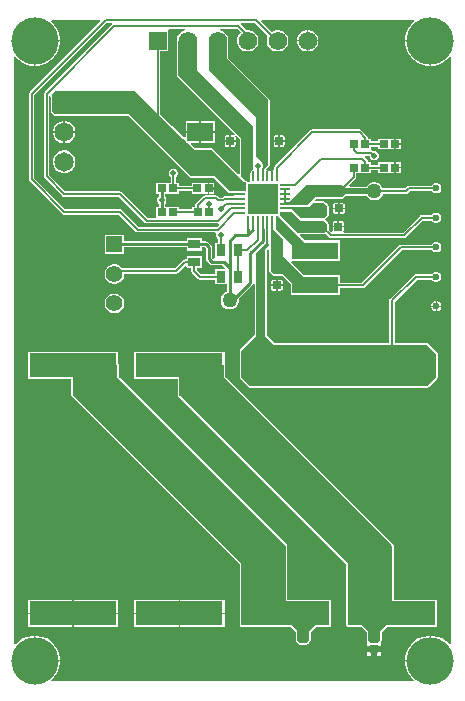
<source format=gtl>
G04*
G04 #@! TF.GenerationSoftware,Altium Limited,Altium Designer,25.6.2 (33)*
G04*
G04 Layer_Physical_Order=1*
G04 Layer_Color=255*
%FSLAX44Y44*%
%MOMM*%
G71*
G04*
G04 #@! TF.SameCoordinates,95800A15-F6E0-4F83-BAC9-5642273E7207*
G04*
G04*
G04 #@! TF.FilePolarity,Positive*
G04*
G01*
G75*
%ADD10C,0.2500*%
%ADD11C,0.2000*%
%ADD15R,0.6500X0.7000*%
%ADD16R,2.2000X1.5500*%
%ADD17O,0.8500X0.2000*%
%ADD18R,7.4000X2.0000*%
%ADD19R,2.6000X2.6000*%
%ADD20O,0.2000X0.8500*%
%ADD21R,0.7000X0.6500*%
G04:AMPARAMS|DCode=22|XSize=0.76mm|YSize=0.6604mm|CornerRadius=0.0825mm|HoleSize=0mm|Usage=FLASHONLY|Rotation=0.000|XOffset=0mm|YOffset=0mm|HoleType=Round|Shape=RoundedRectangle|*
%AMROUNDEDRECTD22*
21,1,0.7600,0.4953,0,0,0.0*
21,1,0.5949,0.6604,0,0,0.0*
1,1,0.1651,0.2975,-0.2477*
1,1,0.1651,-0.2975,-0.2477*
1,1,0.1651,-0.2975,0.2477*
1,1,0.1651,0.2975,0.2477*
%
%ADD22ROUNDEDRECTD22*%
G04:AMPARAMS|DCode=23|XSize=0.76mm|YSize=0.6604mm|CornerRadius=0.0825mm|HoleSize=0mm|Usage=FLASHONLY|Rotation=90.000|XOffset=0mm|YOffset=0mm|HoleType=Round|Shape=RoundedRectangle|*
%AMROUNDEDRECTD23*
21,1,0.7600,0.4953,0,0,90.0*
21,1,0.5949,0.6604,0,0,90.0*
1,1,0.1651,0.2477,0.2975*
1,1,0.1651,0.2477,-0.2975*
1,1,0.1651,-0.2477,-0.2975*
1,1,0.1651,-0.2477,0.2975*
%
%ADD23ROUNDEDRECTD23*%
%ADD24R,1.0000X0.8000*%
%ADD25R,3.8900X1.4500*%
%ADD26R,0.8000X1.0000*%
%ADD27R,0.7000X0.9500*%
%ADD42R,1.5700X1.5700*%
%ADD45C,1.5700*%
%ADD47R,1.4000X1.4000*%
%ADD48C,1.4000*%
%ADD51C,0.6000*%
%ADD52C,0.3000*%
%ADD53C,0.5000*%
%ADD54R,1.6500X1.6500*%
%ADD55C,4.0000*%
%ADD56C,1.6500*%
%ADD57C,0.5000*%
%ADD58C,1.2700*%
G36*
X343650Y563730D02*
X340979Y561059D01*
X338651Y557575D01*
X337047Y553704D01*
X336230Y549595D01*
Y548135D01*
X357500D01*
Y547500D01*
X358135D01*
Y526230D01*
X359595D01*
X363704Y527047D01*
X367575Y528651D01*
X371059Y530979D01*
X373730Y533650D01*
X375000Y533237D01*
Y36762D01*
X373730Y36350D01*
X371059Y39021D01*
X367575Y41349D01*
X363704Y42953D01*
X359595Y43770D01*
X358135D01*
Y22500D01*
X357500D01*
Y21865D01*
X336230D01*
Y20405D01*
X337047Y16296D01*
X338651Y12425D01*
X340979Y8941D01*
X343650Y6270D01*
X343237Y5000D01*
X36762D01*
X36350Y6270D01*
X39021Y8941D01*
X41349Y12425D01*
X42953Y16296D01*
X43770Y20405D01*
Y21865D01*
X22500D01*
Y22500D01*
X21865D01*
Y43770D01*
X20405D01*
X16296Y42953D01*
X12425Y41349D01*
X8941Y39021D01*
X6270Y36350D01*
X5000Y36762D01*
Y533237D01*
X6270Y533650D01*
X8941Y530979D01*
X12425Y528651D01*
X16296Y527047D01*
X20405Y526230D01*
X21865D01*
Y547500D01*
X22500D01*
Y548135D01*
X43770D01*
Y549595D01*
X42953Y553704D01*
X41349Y557575D01*
X39021Y561059D01*
X36350Y563730D01*
X36763Y565000D01*
X77568D01*
X78053Y563827D01*
X18363Y504137D01*
X17862Y503386D01*
X17686Y502500D01*
Y430000D01*
X17862Y429114D01*
X18363Y428363D01*
X45863Y400863D01*
X46614Y400362D01*
X47500Y400186D01*
X94041D01*
X108363Y385863D01*
X109114Y385362D01*
X110000Y385186D01*
X175408D01*
X176257Y383915D01*
X176000Y383296D01*
Y381704D01*
X176609Y380234D01*
X177686Y379158D01*
Y376270D01*
X174730D01*
Y363730D01*
X174730D01*
X174597Y363143D01*
X173589Y362960D01*
X172569Y363861D01*
Y372500D01*
X172374Y373483D01*
X171817Y374317D01*
X169317Y376817D01*
X168483Y377374D01*
X167500Y377569D01*
X163770D01*
Y380270D01*
X151230D01*
Y377569D01*
X98270D01*
Y383270D01*
X81730D01*
Y366730D01*
X98270D01*
Y372431D01*
X151230D01*
Y369730D01*
X163770D01*
Y372431D01*
X166436D01*
X167431Y371436D01*
Y362500D01*
X167626Y361517D01*
X168183Y360683D01*
X170683Y358183D01*
X171517Y357626D01*
X172500Y357431D01*
X181436D01*
X183826Y355040D01*
X183300Y353770D01*
X174730D01*
Y349814D01*
X163459D01*
X159815Y353459D01*
Y354730D01*
X163770D01*
Y365270D01*
X151230D01*
Y362314D01*
X150000D01*
X149114Y362138D01*
X148363Y361637D01*
X141541Y354814D01*
X96770D01*
X96618Y355078D01*
X95078Y356618D01*
X93192Y357706D01*
X91089Y358270D01*
X88911D01*
X86808Y357706D01*
X84922Y356618D01*
X83382Y355078D01*
X82294Y353192D01*
X81730Y351089D01*
Y348911D01*
X82294Y346808D01*
X83382Y344922D01*
X84922Y343382D01*
X86808Y342294D01*
X88911Y341730D01*
X91089D01*
X93192Y342294D01*
X95078Y343382D01*
X96618Y344922D01*
X97706Y346808D01*
X98270Y348911D01*
Y350186D01*
X142500D01*
X143386Y350362D01*
X144137Y350863D01*
X149960Y356687D01*
X151230Y356161D01*
Y354730D01*
X155185D01*
Y352500D01*
X155362Y351614D01*
X155863Y350863D01*
X160863Y345863D01*
X161614Y345362D01*
X162500Y345186D01*
X174730D01*
Y341230D01*
X184931D01*
Y334700D01*
X184559Y334601D01*
X182821Y333597D01*
X181402Y332179D01*
X180399Y330441D01*
X179880Y328503D01*
Y326497D01*
X180399Y324559D01*
X181402Y322821D01*
X182821Y321403D01*
X184559Y320399D01*
X186497Y319880D01*
X188503D01*
X190441Y320399D01*
X192179Y321403D01*
X193598Y322821D01*
X194601Y324559D01*
X195120Y326497D01*
Y328503D01*
X195018Y328884D01*
X206817Y340683D01*
X207374Y341517D01*
X208625Y341299D01*
Y298069D01*
X196528Y285972D01*
X196125Y285000D01*
X196125Y285000D01*
Y262500D01*
X196125Y262500D01*
X196528Y261528D01*
X196730Y261326D01*
Y261230D01*
X196826D01*
X204028Y254028D01*
X205000Y253625D01*
X205000Y253625D01*
X355000Y253625D01*
X355972Y254028D01*
X355972Y254028D01*
X363174Y261230D01*
X363270D01*
Y261326D01*
X363472Y261528D01*
X363875Y262500D01*
X363875Y262500D01*
Y282500D01*
X363472Y283472D01*
X363472Y283472D01*
X363270Y283674D01*
Y283770D01*
X363174D01*
X355972Y290972D01*
X355000Y291375D01*
X355000Y291375D01*
X327314D01*
Y326541D01*
X345959Y345186D01*
X358837D01*
X358880Y345081D01*
X360081Y343880D01*
X361651Y343230D01*
X363349D01*
X364919Y343880D01*
X366120Y345081D01*
X366770Y346651D01*
Y348349D01*
X366120Y349919D01*
X364919Y351120D01*
X363349Y351770D01*
X361651D01*
X360081Y351120D01*
X358880Y349919D01*
X358837Y349814D01*
X345000D01*
X344114Y349638D01*
X343363Y349137D01*
X323363Y329137D01*
X322862Y328386D01*
X322686Y327500D01*
Y291375D01*
X225569D01*
X218875Y298069D01*
Y369880D01*
X219952Y370958D01*
X221125Y370472D01*
Y352500D01*
X221125Y352500D01*
X221528Y351528D01*
X224028Y349028D01*
X225000Y348625D01*
X225000Y348625D01*
X231931D01*
X239280Y341276D01*
Y331730D01*
X280720D01*
Y337935D01*
X300250D01*
X301136Y338112D01*
X301887Y338613D01*
X333459Y370186D01*
X358837D01*
X358880Y370081D01*
X360081Y368880D01*
X361651Y368230D01*
X363349D01*
X364919Y368880D01*
X366120Y370081D01*
X366770Y371651D01*
Y373349D01*
X366120Y374919D01*
X364919Y376120D01*
X363349Y376770D01*
X361651D01*
X360081Y376120D01*
X358880Y374919D01*
X358837Y374814D01*
X332500D01*
X331614Y374638D01*
X330863Y374137D01*
X299291Y342565D01*
X280720D01*
Y348770D01*
X250674D01*
X239484Y359960D01*
X240010Y361230D01*
X280720D01*
Y378270D01*
X251174D01*
X246992Y382452D01*
X247478Y383625D01*
X267500D01*
X268279Y383948D01*
X271364Y380863D01*
X272114Y380362D01*
X273000Y380186D01*
X335000D01*
X335886Y380362D01*
X336637Y380863D01*
X350959Y395186D01*
X358837D01*
X358880Y395081D01*
X360081Y393880D01*
X361651Y393230D01*
X363349D01*
X364919Y393880D01*
X366120Y395081D01*
X366770Y396651D01*
Y398349D01*
X366120Y399919D01*
X364919Y401120D01*
X363349Y401770D01*
X361651D01*
X360081Y401120D01*
X358880Y399919D01*
X358837Y399814D01*
X350000D01*
X349114Y399638D01*
X348363Y399137D01*
X334041Y384814D01*
X284547D01*
X283868Y386085D01*
X283950Y386208D01*
X284113Y387025D01*
Y389365D01*
X279500D01*
X274887D01*
Y387025D01*
X274924Y386838D01*
X274151Y385619D01*
X273991Y385515D01*
X273343Y385431D01*
X271345Y387428D01*
X271375Y387500D01*
X271375Y387500D01*
Y392500D01*
X271375Y392500D01*
X270972Y393472D01*
X269024Y395420D01*
X268610Y396250D01*
X269024Y397080D01*
X270972Y399028D01*
X271375Y400000D01*
X271375Y400000D01*
Y407500D01*
X271375Y407500D01*
X270972Y408472D01*
X269770Y409674D01*
Y410270D01*
X269174D01*
X268472Y410972D01*
X267500Y411375D01*
X267500Y411375D01*
X260115D01*
X259589Y412645D01*
X260569Y413625D01*
X282500D01*
X282500Y413625D01*
X283472Y414028D01*
X285569Y416125D01*
X303438D01*
X303902Y415321D01*
X305321Y413903D01*
X307059Y412899D01*
X308997Y412380D01*
X311003D01*
X312941Y412899D01*
X314679Y413903D01*
X316098Y415321D01*
X317101Y417059D01*
X317269Y417686D01*
X336930D01*
X337816Y417862D01*
X338567Y418363D01*
X340389Y420186D01*
X358837D01*
X358880Y420081D01*
X360081Y418880D01*
X361651Y418230D01*
X363349D01*
X364919Y418880D01*
X366120Y420081D01*
X366770Y421651D01*
Y423349D01*
X366120Y424919D01*
X364919Y426120D01*
X363349Y426770D01*
X361651D01*
X360081Y426120D01*
X358880Y424919D01*
X358837Y424814D01*
X339430D01*
X338544Y424638D01*
X337794Y424137D01*
X335971Y422314D01*
X317269D01*
X317101Y422941D01*
X316098Y424679D01*
X314679Y426097D01*
X312941Y427101D01*
X311003Y427620D01*
X308997D01*
X307059Y427101D01*
X305321Y426097D01*
X303902Y424679D01*
X303438Y423875D01*
X289307D01*
X288821Y425048D01*
X294137Y430364D01*
X294638Y431114D01*
X294814Y432000D01*
Y435480D01*
X307270D01*
Y437686D01*
X313480D01*
Y435480D01*
X327115D01*
Y440000D01*
Y444520D01*
X313480D01*
Y442314D01*
X307270D01*
Y444520D01*
X304814D01*
Y445139D01*
X304638Y446025D01*
X304137Y446776D01*
X303718Y447056D01*
X301858Y448915D01*
X302069Y449776D01*
X302347Y450186D01*
X306000D01*
Y449204D01*
X306609Y447734D01*
X307734Y446609D01*
X309204Y446000D01*
X310796D01*
X312266Y446609D01*
X313391Y447734D01*
X314000Y449204D01*
Y450796D01*
X313391Y452266D01*
X312266Y453391D01*
X310796Y454000D01*
X309273D01*
X309137Y454137D01*
X308386Y454638D01*
X308206Y454674D01*
X307270Y455480D01*
Y457686D01*
X313480D01*
Y455480D01*
X327115D01*
Y460000D01*
Y464520D01*
X313480D01*
Y462314D01*
X307270D01*
Y464520D01*
X304814D01*
Y465139D01*
X304638Y466025D01*
X304137Y466776D01*
X303718Y467056D01*
X299137Y471637D01*
X298386Y472138D01*
X297500Y472314D01*
X257500D01*
X256614Y472138D01*
X255863Y471637D01*
X225863Y441637D01*
X225362Y440886D01*
X225186Y440000D01*
Y438881D01*
X225000Y438650D01*
X224135Y438117D01*
Y432500D01*
X222865D01*
Y437938D01*
X222614Y437888D01*
X222417Y437756D01*
X221500Y437492D01*
X220583Y437756D01*
X220386Y437888D01*
X219500Y438064D01*
X219256Y438016D01*
X218630Y439186D01*
X220972Y441528D01*
X221375Y442500D01*
X221375Y442500D01*
Y497500D01*
X220972Y498472D01*
X220972Y498472D01*
X186375Y533069D01*
Y546130D01*
X186420Y546299D01*
Y548701D01*
X185798Y551020D01*
X184598Y553100D01*
X182900Y554798D01*
X180820Y555998D01*
X179264Y556415D01*
X179431Y557686D01*
X194041D01*
X197015Y554712D01*
X195402Y553100D01*
X194202Y551020D01*
X193580Y548701D01*
Y546299D01*
X194202Y543980D01*
X195402Y541900D01*
X197100Y540202D01*
X199180Y539002D01*
X201499Y538380D01*
X203901D01*
X206220Y539002D01*
X208300Y540202D01*
X209998Y541900D01*
X211199Y543980D01*
X211820Y546299D01*
Y548701D01*
X211199Y551020D01*
X209998Y553100D01*
X208300Y554798D01*
X206220Y555998D01*
X203901Y556620D01*
X201653D01*
X196858Y561415D01*
X197069Y562276D01*
X197347Y562686D01*
X209041D01*
X220006Y551721D01*
X219601Y551020D01*
X218980Y548701D01*
Y546299D01*
X219601Y543980D01*
X220802Y541900D01*
X222500Y540202D01*
X224580Y539002D01*
X226899Y538380D01*
X229301D01*
X231620Y539002D01*
X233700Y540202D01*
X235398Y541900D01*
X236598Y543980D01*
X237220Y546299D01*
Y548701D01*
X236598Y551020D01*
X235398Y553100D01*
X233700Y554798D01*
X231620Y555998D01*
X229301Y556620D01*
X226899D01*
X224580Y555998D01*
X223118Y555155D01*
X214447Y563827D01*
X214932Y565000D01*
X343237D01*
X343650Y563730D01*
D02*
G37*
G36*
X149936Y556415D02*
X148380Y555998D01*
X146300Y554798D01*
X144602Y553100D01*
X143401Y551020D01*
X142780Y548701D01*
Y547920D01*
X142606Y547500D01*
Y518520D01*
X142606Y518519D01*
X143009Y517547D01*
X143009Y517547D01*
X192156Y468400D01*
X191346Y467413D01*
X191294Y467448D01*
X190476Y467611D01*
X188635D01*
Y463135D01*
X192613D01*
Y465475D01*
X192450Y466292D01*
X192416Y466344D01*
X193402Y467154D01*
X196125Y464431D01*
Y434978D01*
X195301Y434637D01*
X194855Y434589D01*
X191269Y438175D01*
X191269Y438176D01*
X175972Y453472D01*
X175972Y453472D01*
X173665Y455779D01*
X173413Y455883D01*
X173219Y456077D01*
X172753Y456270D01*
X172479D01*
X172227Y456375D01*
X158069D01*
X158069Y456375D01*
X158069Y456375D01*
X154637Y459807D01*
X155123Y460980D01*
X161865D01*
Y469365D01*
X150230D01*
Y465873D01*
X149406Y465532D01*
X148960Y465484D01*
X138936Y475508D01*
X138935Y475508D01*
X128814Y485630D01*
Y538380D01*
X135620D01*
Y556620D01*
X136114Y557686D01*
X149769D01*
X149936Y556415D01*
D02*
G37*
G36*
X185000Y532500D02*
X220000Y497500D01*
Y442500D01*
X216493Y438993D01*
Y432461D01*
X214619D01*
X214540Y432494D01*
X214538Y439064D01*
X214817Y439344D01*
X215426Y440814D01*
Y442406D01*
X214817Y443876D01*
X214535Y444157D01*
X214535Y444381D01*
X210000Y448916D01*
Y482500D01*
X170000Y522500D01*
Y547500D01*
X185000D01*
Y532500D01*
D02*
G37*
G36*
X160000Y522500D02*
X207500Y475000D01*
Y442584D01*
X207426Y442406D01*
Y440814D01*
X207500Y440636D01*
Y438064D01*
X206614Y437888D01*
X205863Y437387D01*
X205362Y436636D01*
X205186Y435750D01*
Y429250D01*
X205227Y429040D01*
X204348Y427770D01*
X202493D01*
X202202Y428472D01*
X201230Y428875D01*
X201125D01*
X197500Y432500D01*
Y465000D01*
X143981Y518519D01*
Y547500D01*
X160000D01*
X160000Y522500D01*
D02*
G37*
G36*
X137964Y474536D02*
X148085Y464415D01*
X148085Y464415D01*
X150230Y462270D01*
Y460980D01*
X151520D01*
X157097Y455403D01*
X157097Y455403D01*
X157098Y455402D01*
X157500Y455000D01*
X158069D01*
X158069Y455000D01*
X158069Y455000D01*
X172227D01*
X172693Y454807D01*
X175000Y452500D01*
X190297Y437203D01*
X193980Y433520D01*
X200000Y427500D01*
X200957D01*
X201150Y427420D01*
X201223Y427244D01*
X201230Y427237D01*
Y420868D01*
X200330Y419971D01*
X187482Y420018D01*
X175000Y432500D01*
X171931D01*
X171931Y432500D01*
X171931Y432500D01*
X157500D01*
X155273Y432500D01*
X154807Y432693D01*
X128951Y458549D01*
X102903Y484597D01*
X102903Y484597D01*
X102500Y485000D01*
X101931D01*
X101931Y485000D01*
X101931Y485000D01*
X40273D01*
X39807Y485193D01*
X37693Y487307D01*
X37500Y487773D01*
Y502500D01*
X40000Y505000D01*
X107500D01*
X137964Y474536D01*
D02*
G37*
G36*
X36125Y499573D02*
Y487773D01*
X36230Y487521D01*
Y487247D01*
X36423Y486781D01*
X36617Y486587D01*
X36721Y486335D01*
X38835Y484221D01*
X39087Y484117D01*
X39281Y483923D01*
X39747Y483730D01*
X40021D01*
X40273Y483625D01*
X101931D01*
X127979Y457577D01*
X153835Y431721D01*
X154087Y431617D01*
X154281Y431423D01*
X154747Y431230D01*
X155021D01*
X155273Y431125D01*
X157500Y431125D01*
X171931D01*
X171931Y431125D01*
X171931Y431125D01*
X174431D01*
X186509Y419046D01*
X186996Y418845D01*
X187477Y418644D01*
X189867Y418635D01*
X190936Y417500D01*
X191018Y417085D01*
X190350Y416001D01*
X190119Y415815D01*
X183481D01*
X182596Y415638D01*
X181845Y415137D01*
X181232Y414524D01*
X178768D01*
X177488Y415803D01*
X176738Y416305D01*
X175852Y416481D01*
X166667D01*
X165781Y416305D01*
X165030Y415803D01*
X158863Y409637D01*
X158362Y408886D01*
X158186Y408000D01*
Y407020D01*
X155730D01*
Y404814D01*
X144520D01*
Y407020D01*
X132694D01*
Y409538D01*
X133391Y410234D01*
X134000Y411704D01*
Y413296D01*
X133391Y414766D01*
X132694Y415462D01*
Y417980D01*
X144520D01*
Y420186D01*
X155480D01*
Y417980D01*
X169115D01*
Y422500D01*
Y427020D01*
X155480D01*
Y424814D01*
X144520D01*
Y427020D01*
X142315D01*
Y431658D01*
X143391Y432734D01*
X144000Y434204D01*
Y435796D01*
X143391Y437266D01*
X142266Y438391D01*
X140796Y439000D01*
X139204D01*
X137734Y438391D01*
X136609Y437266D01*
X136000Y435796D01*
Y434204D01*
X136609Y432734D01*
X137685Y431658D01*
Y427020D01*
X125480D01*
Y417980D01*
X127556D01*
Y415713D01*
X126609Y414766D01*
X126000Y413296D01*
Y411704D01*
X126609Y410234D01*
X127556Y409287D01*
Y407020D01*
X125480D01*
Y397980D01*
X124486Y397314D01*
X118459D01*
X96637Y419137D01*
X95886Y419638D01*
X95000Y419814D01*
X48459D01*
X34815Y433459D01*
Y500224D01*
X34855Y500252D01*
X36125Y499573D01*
D02*
G37*
G36*
X285000Y422500D02*
X312500D01*
Y417500D01*
X285000D01*
X282500Y415000D01*
X260000D01*
X253509Y408509D01*
X235607D01*
X234740Y409496D01*
X234932Y410529D01*
X238029D01*
X253154Y425654D01*
X281846D01*
X285000Y422500D01*
D02*
G37*
G36*
X270000Y407500D02*
Y400000D01*
X267500Y397500D01*
X247500D01*
X240408Y404591D01*
X236064D01*
X235199Y405738D01*
X235466Y406410D01*
X255000D01*
X258590Y410000D01*
X267500D01*
X270000Y407500D01*
D02*
G37*
G36*
X87931Y562276D02*
X88142Y561415D01*
X30863Y504137D01*
X30362Y503386D01*
X30185Y502500D01*
Y432500D01*
X30362Y431614D01*
X30863Y430863D01*
X45863Y415863D01*
X46614Y415362D01*
X47500Y415186D01*
X94041D01*
X115863Y393363D01*
X116614Y392862D01*
X117500Y392686D01*
X177616D01*
X178174Y391570D01*
X178187Y391460D01*
X176541Y389814D01*
X110959D01*
X96637Y404137D01*
X95886Y404638D01*
X95000Y404814D01*
X48459D01*
X22315Y430959D01*
Y501541D01*
X83459Y562686D01*
X87653D01*
X87931Y562276D01*
D02*
G37*
G36*
X247500Y395000D02*
X267500D01*
X270000Y392500D01*
Y387500D01*
X267500Y385000D01*
Y385000D01*
X245000D01*
X230000Y400000D01*
Y402500D01*
X240000D01*
X247500Y395000D01*
D02*
G37*
G36*
X256327Y371173D02*
X255841Y370000D01*
X244247D01*
X226531Y387716D01*
X226487Y397539D01*
X227383Y398439D01*
X229061D01*
X256327Y371173D01*
D02*
G37*
G36*
X224460Y387734D02*
X232500Y379693D01*
X232500Y365000D01*
X255000Y342500D01*
X247500Y335000D01*
X232500Y350000D01*
X225000D01*
X222500Y352500D01*
Y390000D01*
X224460D01*
Y387734D01*
D02*
G37*
G36*
X217500Y297500D02*
X225000Y290000D01*
X355000D01*
X362500Y282500D01*
Y262500D01*
X355000Y255000D01*
X205000Y255000D01*
X197500Y262500D01*
Y285000D01*
X210000Y297500D01*
Y367500D01*
X215000Y372500D01*
X217500D01*
Y297500D01*
D02*
G37*
%LPC*%
G36*
X254701Y556620D02*
X254135D01*
Y548135D01*
X262620D01*
Y548701D01*
X261999Y551020D01*
X260798Y553100D01*
X259100Y554798D01*
X257020Y555998D01*
X254701Y556620D01*
D02*
G37*
G36*
X252865D02*
X252299D01*
X249980Y555998D01*
X247900Y554798D01*
X246202Y553100D01*
X245002Y551020D01*
X244380Y548701D01*
Y548135D01*
X252865D01*
Y556620D01*
D02*
G37*
G36*
X262620Y546865D02*
X254135D01*
Y538380D01*
X254701D01*
X257020Y539002D01*
X259100Y540202D01*
X260798Y541900D01*
X261999Y543980D01*
X262620Y546299D01*
Y546865D01*
D02*
G37*
G36*
X252865D02*
X244380D01*
Y546299D01*
X245002Y543980D01*
X246202Y541900D01*
X247900Y540202D01*
X249980Y539002D01*
X252299Y538380D01*
X252865D01*
Y546865D01*
D02*
G37*
G36*
X356865D02*
X336230D01*
Y545405D01*
X337047Y541296D01*
X338651Y537425D01*
X340979Y533941D01*
X343941Y530979D01*
X347425Y528651D01*
X351296Y527047D01*
X355405Y526230D01*
X356865D01*
Y546865D01*
D02*
G37*
G36*
X43770D02*
X23135D01*
Y526230D01*
X24595D01*
X28704Y527047D01*
X32575Y528651D01*
X36059Y530979D01*
X39021Y533941D01*
X41349Y537425D01*
X42953Y541296D01*
X43770Y545405D01*
Y546865D01*
D02*
G37*
G36*
X231977Y467611D02*
X230135D01*
Y463135D01*
X234113D01*
Y465475D01*
X233950Y466292D01*
X233487Y466985D01*
X232794Y467448D01*
X231977Y467611D01*
D02*
G37*
G36*
X228865D02*
X227024D01*
X226206Y467448D01*
X225513Y466985D01*
X225050Y466292D01*
X224887Y465475D01*
Y463135D01*
X228865D01*
Y467611D01*
D02*
G37*
G36*
X332520Y464520D02*
X328385D01*
Y460635D01*
X332520D01*
Y464520D01*
D02*
G37*
G36*
X234113Y461865D02*
X230135D01*
Y457389D01*
X231977D01*
X232794Y457552D01*
X233487Y458015D01*
X233950Y458708D01*
X234113Y459525D01*
Y461865D01*
D02*
G37*
G36*
X228865D02*
X224887D01*
Y459525D01*
X225050Y458708D01*
X225513Y458015D01*
X226206Y457552D01*
X227024Y457389D01*
X228865D01*
Y461865D01*
D02*
G37*
G36*
X332520Y459365D02*
X328385D01*
Y455480D01*
X332520D01*
Y459365D01*
D02*
G37*
G36*
Y444520D02*
X328385D01*
Y440635D01*
X332520D01*
Y444520D01*
D02*
G37*
G36*
Y439365D02*
X328385D01*
Y435480D01*
X332520D01*
Y439365D01*
D02*
G37*
G36*
X282974Y410113D02*
X280635D01*
Y406135D01*
X285111D01*
Y407976D01*
X284948Y408794D01*
X284485Y409487D01*
X283792Y409950D01*
X282974Y410113D01*
D02*
G37*
G36*
X279365D02*
X277026D01*
X276208Y409950D01*
X275515Y409487D01*
X275052Y408794D01*
X274889Y407976D01*
Y406135D01*
X279365D01*
Y410113D01*
D02*
G37*
G36*
X285111Y404865D02*
X280635D01*
Y400887D01*
X282974D01*
X283792Y401050D01*
X284485Y401513D01*
X284948Y402206D01*
X285111Y403023D01*
Y404865D01*
D02*
G37*
G36*
X279365D02*
X274889D01*
Y403023D01*
X275052Y402206D01*
X275515Y401513D01*
X276208Y401050D01*
X277026Y400887D01*
X279365D01*
Y404865D01*
D02*
G37*
G36*
X281977Y395111D02*
X280135D01*
Y390635D01*
X284113D01*
Y392975D01*
X283950Y393792D01*
X283487Y394485D01*
X282794Y394948D01*
X281977Y395111D01*
D02*
G37*
G36*
X278865D02*
X277024D01*
X276206Y394948D01*
X275513Y394485D01*
X275050Y393792D01*
X274887Y392975D01*
Y390635D01*
X278865D01*
Y395111D01*
D02*
G37*
G36*
X230474Y345113D02*
X228135D01*
Y341135D01*
X232611D01*
Y342976D01*
X232448Y343794D01*
X231985Y344487D01*
X231292Y344950D01*
X230474Y345113D01*
D02*
G37*
G36*
X226865D02*
X224526D01*
X223708Y344950D01*
X223015Y344487D01*
X222552Y343794D01*
X222389Y342976D01*
Y341135D01*
X226865D01*
Y345113D01*
D02*
G37*
G36*
X232611Y339865D02*
X228135D01*
Y335887D01*
X230474D01*
X231292Y336050D01*
X231985Y336513D01*
X232448Y337206D01*
X232611Y338023D01*
Y339865D01*
D02*
G37*
G36*
X226865D02*
X222389D01*
Y338023D01*
X222552Y337206D01*
X223015Y336513D01*
X223708Y336050D01*
X224526Y335887D01*
X226865D01*
Y339865D01*
D02*
G37*
G36*
X363349Y326770D02*
X363135D01*
Y323135D01*
X366770D01*
Y323349D01*
X366120Y324919D01*
X364919Y326120D01*
X363349Y326770D01*
D02*
G37*
G36*
X361865D02*
X361651D01*
X360081Y326120D01*
X358880Y324919D01*
X358230Y323349D01*
Y323135D01*
X361865D01*
Y326770D01*
D02*
G37*
G36*
X366770Y321865D02*
X363135D01*
Y318230D01*
X363349D01*
X364919Y318880D01*
X366120Y320081D01*
X366770Y321651D01*
Y321865D01*
D02*
G37*
G36*
X361865D02*
X358230D01*
Y321651D01*
X358880Y320081D01*
X360081Y318880D01*
X361651Y318230D01*
X361865D01*
Y321865D01*
D02*
G37*
G36*
X91089Y333270D02*
X88911D01*
X86808Y332706D01*
X84922Y331618D01*
X83382Y330078D01*
X82294Y328192D01*
X81730Y326089D01*
Y323911D01*
X82294Y321808D01*
X83382Y319922D01*
X84922Y318382D01*
X86808Y317294D01*
X88911Y316730D01*
X91089D01*
X93192Y317294D01*
X95078Y318382D01*
X96618Y319922D01*
X97706Y321808D01*
X98270Y323911D01*
Y326089D01*
X97706Y328192D01*
X96618Y330078D01*
X95078Y331618D01*
X93192Y332706D01*
X91089Y333270D01*
D02*
G37*
G36*
X183270Y73770D02*
X145635D01*
Y63135D01*
X183270D01*
Y73770D01*
D02*
G37*
G36*
X93270D02*
X55635D01*
Y63135D01*
X93270D01*
Y73770D01*
D02*
G37*
G36*
X144365D02*
X106730D01*
Y63135D01*
X144365D01*
Y73770D01*
D02*
G37*
G36*
X54365D02*
X16730D01*
Y63135D01*
X54365D01*
Y73770D01*
D02*
G37*
G36*
X183270Y61865D02*
X145635D01*
Y51230D01*
X183270D01*
Y61865D01*
D02*
G37*
G36*
X144365D02*
X106730D01*
Y51230D01*
X144365D01*
Y61865D01*
D02*
G37*
G36*
X93270D02*
X55635D01*
Y51230D01*
X93270D01*
Y61865D01*
D02*
G37*
G36*
X54365D02*
X16730D01*
Y51230D01*
X54365D01*
Y61865D01*
D02*
G37*
G36*
X93270Y283770D02*
X16730D01*
Y261230D01*
X53625D01*
Y247500D01*
X53625Y247500D01*
X54028Y246528D01*
X196125Y104431D01*
Y52500D01*
X196528Y51528D01*
X196730Y51444D01*
Y51230D01*
X197247D01*
X197500Y51125D01*
X235000D01*
X235253Y51230D01*
X239326D01*
X243625Y46931D01*
Y40000D01*
X243625Y40000D01*
X244028Y39028D01*
X245480Y37576D01*
Y37480D01*
X245576D01*
X246508Y36548D01*
X247480Y36145D01*
X247480Y36145D01*
X252520D01*
X252520Y36145D01*
X253492Y36548D01*
X254424Y37480D01*
X254520D01*
Y37576D01*
X255972Y39028D01*
X256375Y40000D01*
X256375Y40000D01*
Y46931D01*
X260674Y51230D01*
X273270D01*
Y73770D01*
X236375D01*
Y120000D01*
X235972Y120972D01*
X235972Y120972D01*
X93875Y263069D01*
Y272500D01*
X93472Y273472D01*
X93270Y273556D01*
Y283770D01*
D02*
G37*
G36*
X183270D02*
X106730D01*
Y261230D01*
X143625D01*
Y247500D01*
X143625Y247500D01*
X144028Y246528D01*
X286125Y104431D01*
Y52500D01*
X286528Y51528D01*
X286730Y51444D01*
Y51230D01*
X287247D01*
X287500Y51125D01*
X299306D01*
X303625Y46806D01*
Y40000D01*
X303625Y40000D01*
X304028Y39028D01*
X304210Y38790D01*
X304210Y38790D01*
Y35290D01*
X315790D01*
Y38790D01*
X315791Y38792D01*
X315848Y38904D01*
X315940Y38996D01*
X316138Y39475D01*
X316342Y39950D01*
X316430Y46861D01*
X320694Y51125D01*
X325000D01*
X325253Y51230D01*
X363270D01*
Y73770D01*
X326375D01*
Y120000D01*
X325972Y120972D01*
X325972Y120972D01*
X183875Y263069D01*
Y272500D01*
X183472Y273472D01*
X183270Y273556D01*
Y283770D01*
D02*
G37*
G36*
X315790Y30210D02*
X312540D01*
Y26710D01*
X315790D01*
Y30210D01*
D02*
G37*
G36*
X307460D02*
X304210D01*
Y26710D01*
X307460D01*
Y30210D01*
D02*
G37*
G36*
X356865Y43770D02*
X355405D01*
X351296Y42953D01*
X347425Y41349D01*
X343941Y39021D01*
X340979Y36059D01*
X338651Y32575D01*
X337047Y28704D01*
X336230Y24595D01*
Y23135D01*
X356865D01*
Y43770D01*
D02*
G37*
G36*
X24595D02*
X23135D01*
Y23135D01*
X43770D01*
Y24595D01*
X42953Y28704D01*
X41349Y32575D01*
X39021Y36059D01*
X36059Y39021D01*
X32575Y41349D01*
X28704Y42953D01*
X24595Y43770D01*
D02*
G37*
%LPD*%
G36*
X92500Y262500D02*
X235000Y120000D01*
Y52500D01*
X197500D01*
Y105000D01*
X55000Y247500D01*
Y272500D01*
X92500D01*
Y262500D01*
D02*
G37*
G36*
X260000Y57500D02*
Y52500D01*
X255000Y47500D01*
Y40000D01*
X252520Y37520D01*
X247480D01*
X245000Y40000D01*
Y47500D01*
X240000Y52500D01*
Y60000D01*
X242500Y62500D01*
X255000D01*
X260000Y57500D01*
D02*
G37*
G36*
X182500Y262500D02*
X325000Y120000D01*
Y52500D01*
X320000D01*
Y52375D01*
X315063Y47438D01*
X314968Y39968D01*
X312520Y37520D01*
X307480D01*
X305000Y40000D01*
Y47375D01*
X300000Y52375D01*
Y52500D01*
X287500D01*
Y105000D01*
X145000Y247500D01*
Y272500D01*
X182500D01*
Y262500D01*
D02*
G37*
%LPC*%
G36*
X174770Y479020D02*
X163135D01*
Y470635D01*
X174770D01*
Y479020D01*
D02*
G37*
G36*
X161865D02*
X150230D01*
Y470635D01*
X161865D01*
Y479020D01*
D02*
G37*
G36*
X187365Y467611D02*
X185523D01*
X184706Y467448D01*
X184013Y466985D01*
X183550Y466292D01*
X183387Y465475D01*
Y463135D01*
X187365D01*
Y467611D01*
D02*
G37*
G36*
X174770Y469365D02*
X163135D01*
Y460980D01*
X174770D01*
Y469365D01*
D02*
G37*
G36*
X192613Y461865D02*
X188635D01*
Y457389D01*
X190476D01*
X191294Y457552D01*
X191987Y458015D01*
X192450Y458708D01*
X192613Y459525D01*
Y461865D01*
D02*
G37*
G36*
X187365D02*
X183387D01*
Y459525D01*
X183550Y458708D01*
X184013Y458015D01*
X184706Y457552D01*
X185523Y457389D01*
X187365D01*
Y461865D01*
D02*
G37*
G36*
X48753Y479520D02*
X48135D01*
Y470635D01*
X57020D01*
Y471253D01*
X56371Y473675D01*
X55118Y475845D01*
X53345Y477618D01*
X51175Y478871D01*
X48753Y479520D01*
D02*
G37*
G36*
X46865D02*
X46247D01*
X43825Y478871D01*
X41655Y477618D01*
X39882Y475845D01*
X38629Y473675D01*
X37980Y471253D01*
Y470635D01*
X46865D01*
Y479520D01*
D02*
G37*
G36*
X57020Y469365D02*
X48135D01*
Y460480D01*
X48753D01*
X51175Y461129D01*
X53345Y462382D01*
X55118Y464155D01*
X56371Y466325D01*
X57020Y468747D01*
Y469365D01*
D02*
G37*
G36*
X46865D02*
X37980D01*
Y468747D01*
X38629Y466325D01*
X39882Y464155D01*
X41655Y462382D01*
X43825Y461129D01*
X46247Y460480D01*
X46865D01*
Y469365D01*
D02*
G37*
G36*
X48753Y454520D02*
X46247D01*
X43825Y453871D01*
X41655Y452618D01*
X39882Y450845D01*
X38629Y448675D01*
X37980Y446253D01*
Y443747D01*
X38629Y441325D01*
X39882Y439155D01*
X41655Y437382D01*
X43825Y436129D01*
X46247Y435480D01*
X48753D01*
X51175Y436129D01*
X53345Y437382D01*
X55118Y439155D01*
X56371Y441325D01*
X57020Y443747D01*
Y446253D01*
X56371Y448675D01*
X55118Y450845D01*
X53345Y452618D01*
X51175Y453871D01*
X48753Y454520D01*
D02*
G37*
G36*
X174520Y427020D02*
X170385D01*
Y423135D01*
X174520D01*
Y427020D01*
D02*
G37*
G36*
Y421865D02*
X170385D01*
Y417980D01*
X174520D01*
Y421865D01*
D02*
G37*
%LPD*%
D10*
X169750Y422500D02*
X176270D01*
X130000Y412500D02*
X130125Y412375D01*
Y402625D02*
X130250Y402500D01*
X130125Y402625D02*
Y412375D01*
X130000Y412500D02*
X130125Y412625D01*
X130000Y422500D02*
X130125Y422375D01*
Y412625D02*
Y422375D01*
X187500Y327500D02*
Y377500D01*
X203500Y383500D02*
X207500Y387500D01*
X215500Y378000D02*
Y388000D01*
X202500Y382500D02*
X203500Y383500D01*
X205000Y367500D02*
X215500Y378000D01*
X205000Y342500D02*
Y367500D01*
X203500Y383500D02*
Y387939D01*
X170000Y362500D02*
Y372500D01*
X167500Y375000D02*
X170000Y372500D01*
Y362500D02*
X172500Y360000D01*
X182500D01*
X157500Y375000D02*
X167500D01*
X182500Y360000D02*
X187500Y355000D01*
X87500Y375000D02*
X157500D01*
X157500Y375000D01*
X187500Y377500D02*
X192500Y382500D01*
X202500D01*
X190000Y327500D02*
X205000Y342500D01*
X187500Y327500D02*
X190000D01*
D11*
X140000Y422500D02*
Y435000D01*
X125000Y482500D02*
X126500Y484000D01*
Y546500D01*
Y547500D01*
X125000Y545000D02*
X126500Y546500D01*
X127500Y547500D01*
X170000Y402500D02*
Y408770D01*
X180000Y417500D02*
X180000Y417500D01*
X196500D01*
X219500Y432500D02*
Y437000D01*
X222500Y440000D01*
X227500Y432500D02*
Y440000D01*
X257500Y470000D01*
X183481Y413500D02*
X196500D01*
X182191Y412210D02*
X183481Y413500D01*
X175852Y414167D02*
X177809Y412210D01*
X182191D01*
X90000Y352500D02*
X142500D01*
X150000Y360000D01*
X157500D01*
X350000Y397500D02*
X362500D01*
X335000Y382500D02*
X350000Y397500D01*
X273000Y382500D02*
X335000D01*
X339430Y422500D02*
X362500D01*
X336930Y420000D02*
X339430Y422500D01*
X310000Y420000D02*
X336930D01*
X362500Y372500D02*
X362500Y372500D01*
X332500Y372500D02*
X362500D01*
X300250Y340250D02*
X332500Y372500D01*
X362500Y347500D02*
X362500Y347500D01*
X345000Y347500D02*
X362500D01*
X325000Y327500D02*
X345000Y347500D01*
X191500Y401500D02*
X196500D01*
X110000Y387500D02*
X177500D01*
X191500Y401500D01*
X302361Y445139D02*
X302500D01*
X295914Y447500D02*
X300000D01*
X302500Y445000D02*
Y445139D01*
X300000Y447500D02*
X302361Y445139D01*
X293000Y454500D02*
X295000Y452500D01*
X307500D02*
X310000Y450000D01*
X295000Y452500D02*
X307500D01*
X265000Y447500D02*
X295914D01*
X293000Y454500D02*
Y460000D01*
X302500Y440000D02*
X318250D01*
X219500Y374500D02*
Y394500D01*
X211500Y379000D02*
Y394500D01*
X202500Y370000D02*
X211500Y379000D01*
X265500Y390000D02*
X273000Y382500D01*
X260000Y340250D02*
X300250D01*
X292500Y432000D02*
Y440000D01*
X280000Y419500D02*
X292500Y432000D01*
X47500Y402500D02*
X95000D01*
X110000Y387500D01*
X20000Y430000D02*
X47500Y402500D01*
X20000Y430000D02*
Y502500D01*
X32500D02*
X90000Y560000D01*
X32500Y432500D02*
X47500Y417500D01*
X32500Y432500D02*
Y502500D01*
X90000Y560000D02*
X195000D01*
X210000Y565000D02*
X227500Y547500D01*
X82500Y565000D02*
X210000D01*
X20000Y502500D02*
X82500Y565000D01*
X195000Y560000D02*
X202500Y552500D01*
Y547500D02*
Y552500D01*
X223500Y388258D02*
Y394500D01*
X223488Y388246D02*
X223500Y388258D01*
X215500Y388000D02*
Y394500D01*
X195000Y370000D02*
X202500D01*
X203500Y387939D02*
Y394500D01*
X207500Y387500D02*
Y394500D01*
X234500Y413500D02*
Y417500D01*
Y421500D01*
Y425500D02*
X243000D01*
X234500Y410500D02*
Y413500D01*
X243000Y425500D02*
X265000Y447500D01*
X227500Y390000D02*
X227500Y390000D01*
Y394500D01*
X160500Y408000D02*
X166667Y414167D01*
X175852D01*
X184439Y409439D02*
X196708D01*
X180000Y405000D02*
X184439Y409439D01*
X160500Y402500D02*
Y408000D01*
X140000Y422500D02*
X160000D01*
X139750D02*
X140000D01*
X139750Y402500D02*
X160000D01*
X325000Y272500D02*
Y327500D01*
X95000Y417500D02*
X117500Y395000D01*
X178040D01*
X47500Y417500D02*
X95000D01*
X178040Y395000D02*
X188540Y405500D01*
X196500D01*
X211426Y441610D02*
X211500Y441536D01*
Y432500D02*
Y441536D01*
X157500Y352500D02*
Y360000D01*
X162500Y347500D02*
X180000D01*
X157500Y352500D02*
X162500Y347500D01*
X180000Y370000D02*
Y382500D01*
X257500Y470000D02*
X297500D01*
X302500Y465000D02*
Y465139D01*
X302361D02*
X302500D01*
X297500Y470000D02*
X302361Y465139D01*
X302500Y460000D02*
Y465000D01*
X302500Y460000D02*
X317500D01*
X302500Y440000D02*
Y445000D01*
X195000Y347500D02*
Y370000D01*
D15*
X250000Y42250D02*
D03*
Y32750D02*
D03*
X310000Y42250D02*
D03*
Y32750D02*
D03*
D16*
X162500Y470000D02*
D03*
Y445000D02*
D03*
D17*
X196500Y425500D02*
D03*
Y421500D02*
D03*
Y417500D02*
D03*
X234500Y401500D02*
D03*
Y405500D02*
D03*
Y409500D02*
D03*
Y413500D02*
D03*
Y417500D02*
D03*
Y421500D02*
D03*
Y425500D02*
D03*
X196500Y413500D02*
D03*
Y409500D02*
D03*
Y405500D02*
D03*
Y401500D02*
D03*
D18*
X145000Y62500D02*
D03*
X55000D02*
D03*
X325000Y272500D02*
D03*
Y62500D02*
D03*
X145000Y272500D02*
D03*
X235000D02*
D03*
Y62500D02*
D03*
X55000Y272500D02*
D03*
D19*
X215500Y413500D02*
D03*
D20*
X219500Y432500D02*
D03*
X223500D02*
D03*
X227500D02*
D03*
X215500D02*
D03*
X211500D02*
D03*
X207500D02*
D03*
X203500D02*
D03*
Y394500D02*
D03*
X207500D02*
D03*
X211500D02*
D03*
X215500D02*
D03*
X219500D02*
D03*
X223500D02*
D03*
X227500D02*
D03*
D21*
X170000Y402500D02*
D03*
X169750Y422500D02*
D03*
X327750Y440000D02*
D03*
Y460000D02*
D03*
X302500D02*
D03*
X293000D02*
D03*
X130250Y402500D02*
D03*
X139750D02*
D03*
X130250Y422500D02*
D03*
X139750D02*
D03*
X293000Y440000D02*
D03*
X302500D02*
D03*
X160500Y402500D02*
D03*
X160250Y422500D02*
D03*
X318250Y440000D02*
D03*
Y460000D02*
D03*
D22*
X227500Y340500D02*
D03*
X280000Y405500D02*
D03*
X227500Y354500D02*
D03*
X280000Y419500D02*
D03*
D23*
X279500Y390000D02*
D03*
X188000Y462500D02*
D03*
X229500D02*
D03*
X265500Y390000D02*
D03*
X202000Y462500D02*
D03*
X215500D02*
D03*
D24*
X157500Y375000D02*
D03*
Y360000D02*
D03*
D25*
X260000Y340250D02*
D03*
Y369750D02*
D03*
D26*
X180000Y347500D02*
D03*
X195000D02*
D03*
X180000Y370000D02*
D03*
X195000D02*
D03*
D27*
X265000Y404250D02*
D03*
Y420750D02*
D03*
D42*
X126500Y547500D02*
D03*
D45*
X253500D02*
D03*
X228100D02*
D03*
X202700D02*
D03*
X177300D02*
D03*
X151900D02*
D03*
D47*
X90000Y375000D02*
D03*
D48*
Y350000D02*
D03*
Y325000D02*
D03*
D51*
X362500Y322500D02*
D03*
Y372500D02*
D03*
Y397500D02*
D03*
Y422500D02*
D03*
Y347500D02*
D03*
D52*
X215000Y370000D02*
X219500Y374500D01*
D53*
X215000Y275000D02*
X217500Y272500D01*
X235000D01*
D54*
X47500Y495000D02*
D03*
D55*
X22500Y22500D02*
D03*
X357500D02*
D03*
Y547500D02*
D03*
X22500D02*
D03*
D56*
X47500Y470000D02*
D03*
Y445000D02*
D03*
D57*
X205000Y335000D02*
D03*
X202500Y320000D02*
D03*
X227500Y310000D02*
D03*
X240000D02*
D03*
X255000D02*
D03*
X270000D02*
D03*
X285000D02*
D03*
X302500Y315000D02*
D03*
X315000Y325000D02*
D03*
X317500Y342500D02*
D03*
Y372500D02*
D03*
Y392500D02*
D03*
Y407500D02*
D03*
X252500Y355000D02*
D03*
X275000D02*
D03*
X302500Y372500D02*
D03*
X295000Y352500D02*
D03*
Y332500D02*
D03*
X285000Y325000D02*
D03*
X270000D02*
D03*
X255000D02*
D03*
X240000D02*
D03*
X162500Y482500D02*
D03*
X172500D02*
D03*
X152500D02*
D03*
X140000Y435000D02*
D03*
X135000Y440000D02*
D03*
X120000Y430000D02*
D03*
X170000Y408770D02*
D03*
X206610Y422390D02*
D03*
X224390D02*
D03*
Y404610D02*
D03*
X206610D02*
D03*
X180000Y417500D02*
D03*
X176270Y422500D02*
D03*
X187500Y455000D02*
D03*
X237500Y462500D02*
D03*
X327500Y450000D02*
D03*
X287500Y390000D02*
D03*
X227500Y332500D02*
D03*
X82500Y410000D02*
D03*
X55000D02*
D03*
X26283Y442939D02*
D03*
X26336Y495027D02*
D03*
X117500Y405000D02*
D03*
X237500Y32500D02*
D03*
X260000D02*
D03*
X297500D02*
D03*
X320000D02*
D03*
X225934Y448801D02*
D03*
X290000Y405000D02*
D03*
X130000Y412500D02*
D03*
X310000Y450000D02*
D03*
X180000Y405000D02*
D03*
X211426Y441610D02*
D03*
X180000Y382500D02*
D03*
D58*
X215500Y413500D02*
D03*
X310000Y420000D02*
D03*
X187500Y327500D02*
D03*
M02*

</source>
